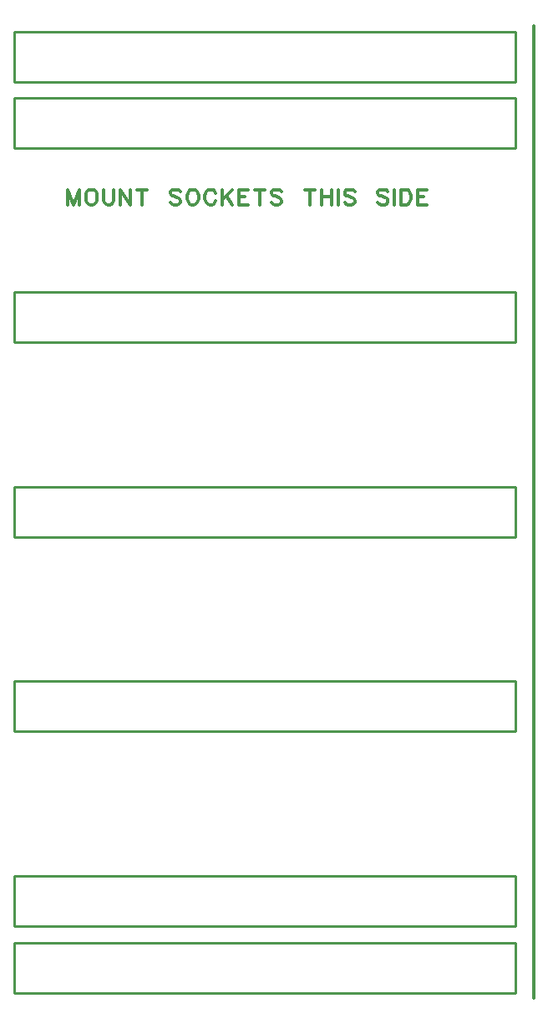
<source format=gbr>
G04 DipTrace 4.3.0.5*
G04 TopSilk.gbr*
%MOMM*%
G04 #@! TF.FileFunction,Legend,Top*
G04 #@! TF.Part,Single*
%ADD10C,0.25*%
%ADD19C,0.3*%
%ADD34C,0.33333*%
%FSLAX35Y35*%
G04*
G71*
G90*
G75*
G01*
G04 TopSilk*
%LPD*%
X-127000Y1066123D2*
D10*
X4953000D1*
Y558123D1*
X-127000D1*
Y1066123D1*
Y381000D2*
X4953000D1*
Y-127003D1*
X-127000D1*
Y381000D1*
Y3034623D2*
X4953000D1*
Y2526623D1*
X-127000D1*
Y3034623D1*
Y5003123D2*
X4953000D1*
Y4495123D1*
X-127000D1*
Y5003123D1*
Y6971623D2*
X4953000D1*
Y6463623D1*
X-127000D1*
Y6971623D1*
Y8940123D2*
X4953000D1*
Y8432123D1*
X-127000D1*
Y8940123D1*
Y9606873D2*
X4953000D1*
Y9098873D1*
X-127000D1*
Y9606873D1*
X5136000Y9667700D2*
D19*
Y-174600D1*
X530119Y7854776D2*
D34*
Y8007908D1*
X471831Y7854776D1*
X413543Y8007908D1*
Y7854776D1*
X640585Y8007908D2*
X625929Y8000664D1*
X611442Y7986008D1*
X604029Y7971520D1*
X596785Y7949620D1*
Y7913064D1*
X604029Y7891333D1*
X611442Y7876676D1*
X625929Y7862189D1*
X640585Y7854776D1*
X669729D1*
X684217Y7862189D1*
X698873Y7876676D1*
X706117Y7891333D1*
X713361Y7913064D1*
Y7949620D1*
X706117Y7971520D1*
X698873Y7986008D1*
X684217Y8000664D1*
X669729Y8007908D1*
X640585D1*
X780027D2*
Y7898576D1*
X787271Y7876676D1*
X801927Y7862189D1*
X823827Y7854776D1*
X838315D1*
X860215Y7862189D1*
X874871Y7876676D1*
X882115Y7898576D1*
Y8007908D1*
X1050869D2*
Y7854776D1*
X948782Y8007908D1*
Y7854776D1*
X1168580Y8007908D2*
Y7854776D1*
X1117536Y8007908D2*
X1219624D1*
X1556122Y7986008D2*
X1541634Y8000664D1*
X1519734Y8007908D1*
X1490590D1*
X1468690Y8000664D1*
X1454034Y7986008D1*
Y7971520D1*
X1461446Y7956864D1*
X1468690Y7949620D1*
X1483178Y7942376D1*
X1526978Y7927720D1*
X1541634Y7920476D1*
X1548878Y7913064D1*
X1556122Y7898576D1*
Y7876676D1*
X1541634Y7862189D1*
X1519734Y7854776D1*
X1490590D1*
X1468690Y7862189D1*
X1454034Y7876676D1*
X1666588Y8007908D2*
X1651932Y8000664D1*
X1637445Y7986008D1*
X1630032Y7971520D1*
X1622788Y7949620D1*
Y7913064D1*
X1630032Y7891333D1*
X1637445Y7876676D1*
X1651932Y7862189D1*
X1666588Y7854776D1*
X1695732D1*
X1710220Y7862189D1*
X1724876Y7876676D1*
X1732120Y7891333D1*
X1739364Y7913064D1*
Y7949620D1*
X1732120Y7971520D1*
X1724876Y7986008D1*
X1710220Y8000664D1*
X1695732Y8007908D1*
X1666588D1*
X1915362Y7971520D2*
X1908118Y7986008D1*
X1893462Y8000664D1*
X1878974Y8007908D1*
X1849831D1*
X1835174Y8000664D1*
X1820687Y7986008D1*
X1813274Y7971520D1*
X1806031Y7949620D1*
Y7913064D1*
X1813274Y7891333D1*
X1820687Y7876676D1*
X1835174Y7862189D1*
X1849831Y7854776D1*
X1878974D1*
X1893462Y7862189D1*
X1908118Y7876676D1*
X1915362Y7891333D1*
X1982029Y8007908D2*
Y7854776D1*
X2084116Y8007908D2*
X1982029Y7905820D1*
X2018416Y7942376D2*
X2084116Y7854776D1*
X2245458Y8007908D2*
X2150783D1*
Y7854776D1*
X2245458D1*
X2150783Y7934964D2*
X2209071D1*
X2363169Y8007908D2*
Y7854776D1*
X2312125Y8007908D2*
X2414213D1*
X2582967Y7986008D2*
X2568479Y8000664D1*
X2546579Y8007908D1*
X2517436D1*
X2495536Y8000664D1*
X2480879Y7986008D1*
Y7971520D1*
X2488292Y7956864D1*
X2495536Y7949620D1*
X2510023Y7942376D1*
X2553823Y7927720D1*
X2568479Y7920476D1*
X2575723Y7913064D1*
X2582967Y7898576D1*
Y7876676D1*
X2568479Y7862189D1*
X2546579Y7854776D1*
X2517436D1*
X2495536Y7862189D1*
X2480879Y7876676D1*
X2868421Y8007908D2*
Y7854776D1*
X2817377Y8007908D2*
X2919465D1*
X2986132D2*
Y7854776D1*
X3088219Y8007908D2*
Y7854776D1*
X2986132Y7934964D2*
X3088219D1*
X3154886Y8007908D2*
Y7854776D1*
X3323641Y7986008D2*
X3309153Y8000664D1*
X3287253Y8007908D1*
X3258109D1*
X3236209Y8000664D1*
X3221553Y7986008D1*
Y7971520D1*
X3228965Y7956864D1*
X3236209Y7949620D1*
X3250697Y7942376D1*
X3294497Y7927720D1*
X3309153Y7920476D1*
X3316397Y7913064D1*
X3323641Y7898576D1*
Y7876676D1*
X3309153Y7862189D1*
X3287253Y7854776D1*
X3258109D1*
X3236209Y7862189D1*
X3221553Y7876676D1*
X3660138Y7986008D2*
X3645651Y8000664D1*
X3623751Y8007908D1*
X3594607D1*
X3572707Y8000664D1*
X3558051Y7986008D1*
Y7971520D1*
X3565463Y7956864D1*
X3572707Y7949620D1*
X3587195Y7942376D1*
X3630995Y7927720D1*
X3645651Y7920476D1*
X3652895Y7913064D1*
X3660138Y7898576D1*
Y7876676D1*
X3645651Y7862189D1*
X3623751Y7854776D1*
X3594607D1*
X3572707Y7862189D1*
X3558051Y7876676D1*
X3726805Y8007908D2*
Y7854776D1*
X3793472Y8007908D2*
Y7854776D1*
X3844516D1*
X3866416Y7862189D1*
X3881072Y7876676D1*
X3888316Y7891333D1*
X3895559Y7913064D1*
Y7949620D1*
X3888316Y7971520D1*
X3881072Y7986008D1*
X3866416Y8000664D1*
X3844516Y8007908D1*
X3793472D1*
X4056902D2*
X3962226D1*
Y7854776D1*
X4056902D1*
X3962226Y7934964D2*
X4020514D1*
M02*

</source>
